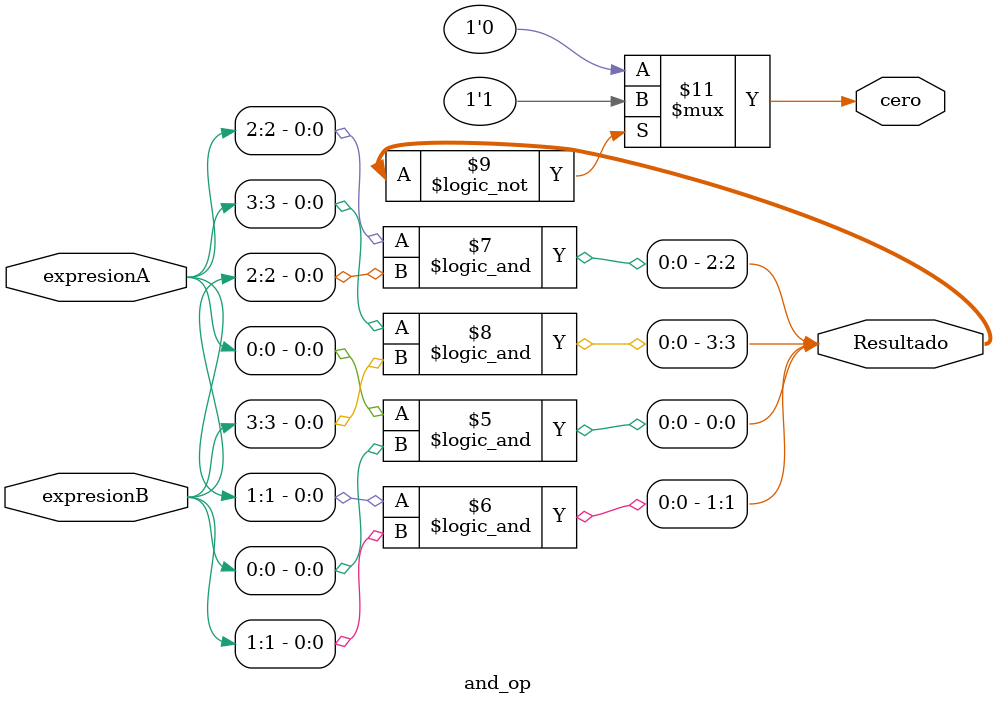
<source format=sv>
module and_op
	# (parameter M = 4)
	  (expresionA, expresionB, Resultado, cero);
  
	input  logic [M-1:0] expresionA;
	input  logic [M-1:0] expresionB;
	
	output logic [M-1:0] Resultado;

	output logic cero;
	
	always @ (expresionA or expresionB) begin
	
		for (int i = 0; i < $size(expresionA); i++) begin
		
			Resultado[i] = expresionA[i] && expresionB[i];
		
		end
		
		if (Resultado == 0) begin
			cero = 1;
		end else begin
			cero = 0;
		end
		
	end
		
endmodule

</source>
